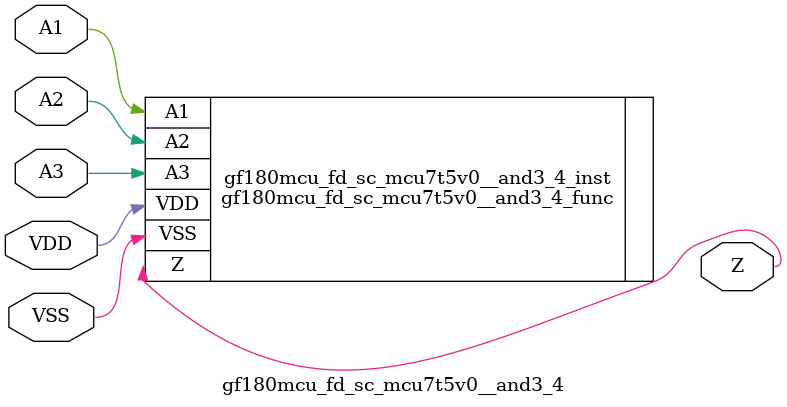
<source format=v>

module gf180mcu_fd_sc_mcu7t5v0__and3_4( A3, A2, A1, Z, VDD, VSS );
input A1, A2, A3;
inout VDD, VSS;
output Z;

   `ifdef FUNCTIONAL  //  functional //

	gf180mcu_fd_sc_mcu7t5v0__and3_4_func gf180mcu_fd_sc_mcu7t5v0__and3_4_behav_inst(.A3(A3),.A2(A2),.A1(A1),.Z(Z),.VDD(VDD),.VSS(VSS));

   `else

	gf180mcu_fd_sc_mcu7t5v0__and3_4_func gf180mcu_fd_sc_mcu7t5v0__and3_4_inst(.A3(A3),.A2(A2),.A1(A1),.Z(Z),.VDD(VDD),.VSS(VSS));

	// spec_gates_begin


	// spec_gates_end



   specify

	// specify_block_begin

	// comb arc A1 --> Z
	 (A1 => Z) = (1.0,1.0);

	// comb arc A2 --> Z
	 (A2 => Z) = (1.0,1.0);

	// comb arc A3 --> Z
	 (A3 => Z) = (1.0,1.0);

	// specify_block_end

   endspecify

   `endif

endmodule

</source>
